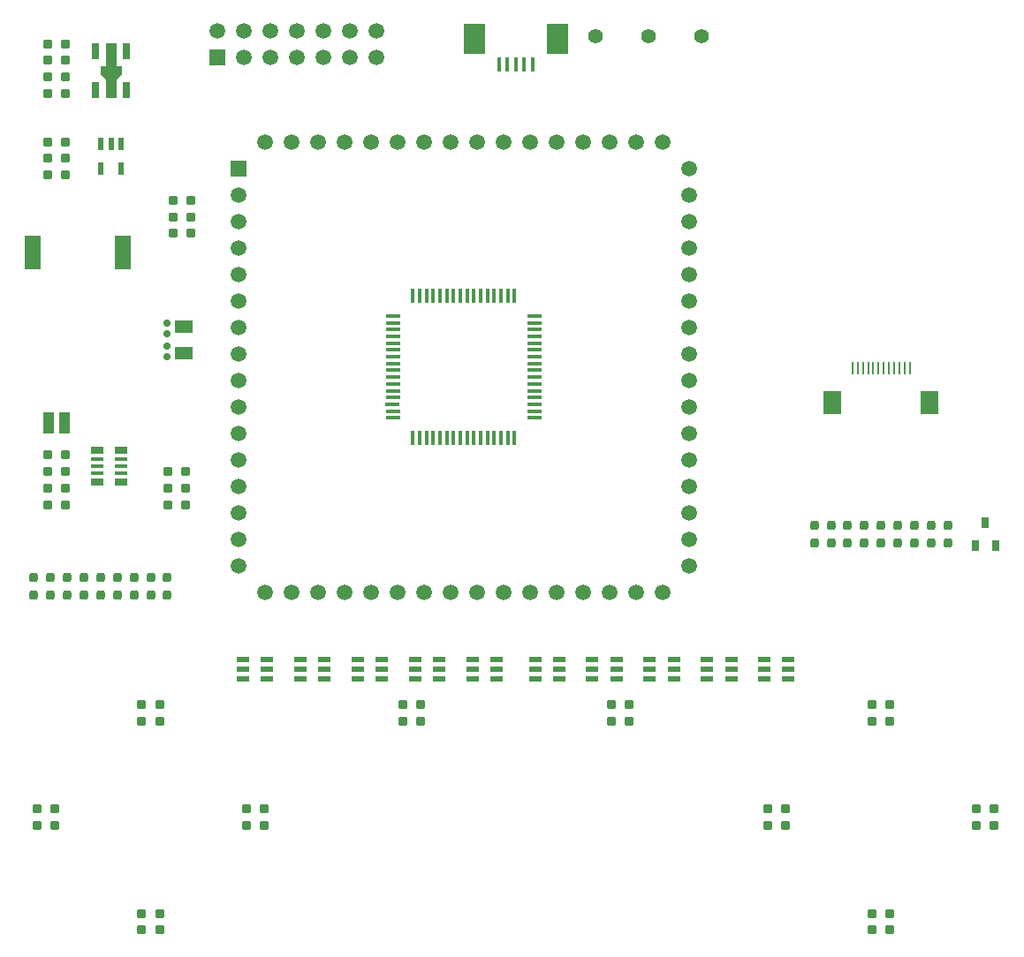
<source format=gts>
G04 #@! TF.GenerationSoftware,KiCad,Pcbnew,(6.0.7-1)-1*
G04 #@! TF.CreationDate,2022-09-24T13:59:18+09:00*
G04 #@! TF.ProjectId,RL78Display-EB,524c3738-4469-4737-906c-61792d45422e,V1.0*
G04 #@! TF.SameCoordinates,Original*
G04 #@! TF.FileFunction,Soldermask,Top*
G04 #@! TF.FilePolarity,Negative*
%FSLAX46Y46*%
G04 Gerber Fmt 4.6, Leading zero omitted, Abs format (unit mm)*
G04 Created by KiCad (PCBNEW (6.0.7-1)-1) date 2022-09-24 13:59:18*
%MOMM*%
%LPD*%
G01*
G04 APERTURE LIST*
G04 Aperture macros list*
%AMRoundRect*
0 Rectangle with rounded corners*
0 $1 Rounding radius*
0 $2 $3 $4 $5 $6 $7 $8 $9 X,Y pos of 4 corners*
0 Add a 4 corners polygon primitive as box body*
4,1,4,$2,$3,$4,$5,$6,$7,$8,$9,$2,$3,0*
0 Add four circle primitives for the rounded corners*
1,1,$1+$1,$2,$3*
1,1,$1+$1,$4,$5*
1,1,$1+$1,$6,$7*
1,1,$1+$1,$8,$9*
0 Add four rect primitives between the rounded corners*
20,1,$1+$1,$2,$3,$4,$5,0*
20,1,$1+$1,$4,$5,$6,$7,0*
20,1,$1+$1,$6,$7,$8,$9,0*
20,1,$1+$1,$8,$9,$2,$3,0*%
%AMFreePoly0*
4,1,13,0.900000,0.500000,2.600000,0.500000,2.600000,-0.500000,0.900000,-0.500000,0.400000,-1.000000,-0.400000,-1.000000,-0.400000,-0.500000,-2.600000,-0.500000,-2.600000,0.500000,-0.400000,0.500000,-0.400000,1.000000,0.400000,1.000000,0.900000,0.500000,0.900000,0.500000,$1*%
G04 Aperture macros list end*
%ADD10RoundRect,0.200000X0.200000X-0.250000X0.200000X0.250000X-0.200000X0.250000X-0.200000X-0.250000X0*%
%ADD11RoundRect,0.200000X-0.200000X0.250000X-0.200000X-0.250000X0.200000X-0.250000X0.200000X0.250000X0*%
%ADD12RoundRect,0.200000X0.250000X0.200000X-0.250000X0.200000X-0.250000X-0.200000X0.250000X-0.200000X0*%
%ADD13RoundRect,0.200000X-0.250000X-0.200000X0.250000X-0.200000X0.250000X0.200000X-0.250000X0.200000X0*%
%ADD14C,1.400000*%
%ADD15R,1.200000X0.500000*%
%ADD16R,1.600000X3.200000*%
%ADD17R,0.400000X1.400000*%
%ADD18R,2.000000X3.000000*%
%ADD19R,0.800000X1.100000*%
%ADD20R,0.700000X1.500000*%
%ADD21FreePoly0,270.000000*%
%ADD22R,1.500000X1.500000*%
%ADD23C,1.500000*%
%ADD24R,1.800000X1.200000*%
%ADD25R,1.000000X2.000000*%
%ADD26R,1.800000X2.200000*%
%ADD27R,0.150000X1.300000*%
%ADD28R,1.400000X0.300000*%
%ADD29R,0.300000X1.400000*%
%ADD30RoundRect,0.150000X-0.150000X0.150000X-0.150000X-0.150000X0.150000X-0.150000X0.150000X0.150000X0*%
%ADD31RoundRect,0.150000X0.150000X-0.150000X0.150000X0.150000X-0.150000X0.150000X-0.150000X-0.150000X0*%
%ADD32R,0.500000X1.200000*%
%ADD33R,1.200000X0.650000*%
%ADD34R,1.200000X0.350000*%
G04 APERTURE END LIST*
D10*
X-38200000Y-7850000D03*
X-38200000Y-6150000D03*
D11*
X30200000Y-1150000D03*
X30200000Y-2850000D03*
D12*
X25850000Y-30000000D03*
X24150000Y-30000000D03*
D13*
X44150000Y-28400000D03*
X45850000Y-28400000D03*
X24150000Y-28400000D03*
X25850000Y-28400000D03*
D12*
X-43150000Y35600000D03*
X-44850000Y35600000D03*
X35850000Y-40000000D03*
X34150000Y-40000000D03*
D14*
X7620000Y45720000D03*
D13*
X-44850000Y32400000D03*
X-43150000Y32400000D03*
D12*
X-9150000Y-20000000D03*
X-10850000Y-20000000D03*
D15*
X1850000Y-14050000D03*
X1850000Y-15000000D03*
X1850000Y-15950000D03*
X4150000Y-15950000D03*
X4150000Y-15000000D03*
X4150000Y-14050000D03*
D11*
X35000000Y-1150000D03*
X35000000Y-2850000D03*
X31800000Y-1150000D03*
X31800000Y-2850000D03*
D15*
X23825000Y-14050000D03*
X23825000Y-15000000D03*
X23825000Y-15950000D03*
X26125000Y-15950000D03*
X26125000Y-15000000D03*
X26125000Y-14050000D03*
D16*
X-37700000Y25000000D03*
X-46300000Y25000000D03*
D17*
X1600000Y43000000D03*
X800000Y43000000D03*
X0Y43000000D03*
X-800000Y43000000D03*
X-1600000Y43000000D03*
D18*
X4000000Y45500000D03*
X-4000000Y45500000D03*
D19*
X44050000Y-3100000D03*
X45950000Y-3100000D03*
X45000000Y-900000D03*
D14*
X17780000Y45720000D03*
D13*
X34150000Y-18400000D03*
X35850000Y-18400000D03*
X-25850000Y-28400000D03*
X-24150000Y-28400000D03*
D10*
X28600000Y-2850000D03*
X28600000Y-1150000D03*
D20*
X-37300000Y44250000D03*
D21*
X-38800000Y42400000D03*
D20*
X-40300000Y44250000D03*
X-40300000Y40550000D03*
X-37300000Y40550000D03*
D10*
X-43000000Y-7850000D03*
X-43000000Y-6150000D03*
D13*
X-35850000Y-18400000D03*
X-34150000Y-18400000D03*
D15*
X12825000Y-14050000D03*
X12825000Y-15000000D03*
X12825000Y-15950000D03*
X15125000Y-15950000D03*
X15125000Y-15000000D03*
X15125000Y-14050000D03*
D13*
X-25850000Y-30000000D03*
X-24150000Y-30000000D03*
X-35850000Y-40000000D03*
X-34150000Y-40000000D03*
D11*
X39800000Y-1150000D03*
X39800000Y-2850000D03*
D22*
X-28620000Y43730000D03*
D23*
X-28620000Y46270000D03*
X-26080000Y43730000D03*
X-26080000Y46270000D03*
X-23540000Y43730000D03*
X-23540000Y46270000D03*
X-21000000Y43730000D03*
X-21000000Y46270000D03*
X-18460000Y43730000D03*
X-18460000Y46270000D03*
X-15920000Y43730000D03*
X-15920000Y46270000D03*
X-13380000Y43730000D03*
X-13380000Y46270000D03*
D13*
X-33350000Y4000000D03*
X-31650000Y4000000D03*
D12*
X-43150000Y43400000D03*
X-44850000Y43400000D03*
D13*
X34150000Y-38400000D03*
X35850000Y-38400000D03*
X-45850000Y-28400000D03*
X-44150000Y-28400000D03*
D15*
X-4150000Y-14050000D03*
X-4150000Y-15000000D03*
X-4150000Y-15950000D03*
X-1850000Y-15950000D03*
X-1850000Y-15000000D03*
X-1850000Y-14050000D03*
D24*
X-31800000Y15300000D03*
X-31800000Y17900000D03*
D13*
X-44850000Y2400000D03*
X-43150000Y2400000D03*
D25*
X-43250000Y8600000D03*
X-44750000Y8600000D03*
D26*
X39650000Y10600000D03*
X30350000Y10600000D03*
D27*
X37750000Y13850000D03*
X37250000Y13850000D03*
X36750000Y13850000D03*
X36250000Y13850000D03*
X35750000Y13850000D03*
X35250000Y13850000D03*
X34750000Y13850000D03*
X34250000Y13850000D03*
X33750000Y13850000D03*
X33250000Y13850000D03*
X32750000Y13850000D03*
X32250000Y13850000D03*
D15*
X-26150000Y-14050000D03*
X-26150000Y-15000000D03*
X-26150000Y-15950000D03*
X-23850000Y-15950000D03*
X-23850000Y-15000000D03*
X-23850000Y-14050000D03*
X7325000Y-14050000D03*
X7325000Y-15000000D03*
X7325000Y-15950000D03*
X9625000Y-15950000D03*
X9625000Y-15000000D03*
X9625000Y-14050000D03*
D13*
X-44850000Y45000000D03*
X-43150000Y45000000D03*
D28*
X-11800000Y18875000D03*
D22*
X-26590000Y33050000D03*
D28*
X-11800000Y18225000D03*
D23*
X-26590000Y30510000D03*
D28*
X-11800000Y17575000D03*
D23*
X-26590000Y27970000D03*
D28*
X-11800000Y16925000D03*
D23*
X-26590000Y25430000D03*
X-26590000Y22890000D03*
D28*
X-11800000Y16275000D03*
X-11800000Y15625000D03*
D23*
X-26590000Y20350000D03*
D28*
X-11800000Y14975000D03*
D23*
X-26590000Y17810000D03*
X-26590000Y15270000D03*
D28*
X-11800000Y14325000D03*
D23*
X-26590000Y12730000D03*
D28*
X-11800000Y13675000D03*
X-11800000Y13025000D03*
D23*
X-26590000Y10190000D03*
X-26590000Y7650000D03*
D28*
X-11800000Y12375000D03*
X-11800000Y11725000D03*
D23*
X-26590000Y5110000D03*
D28*
X-11800000Y11075000D03*
D23*
X-26590000Y2570000D03*
D28*
X-11850000Y10425000D03*
D23*
X-26590000Y30000D03*
X-26590000Y-2510000D03*
D28*
X-11800000Y9775000D03*
X-11800000Y9125000D03*
D23*
X-26590000Y-5050000D03*
X-24050000Y-7590000D03*
D29*
X-9875000Y7200000D03*
D23*
X-21510000Y-7590000D03*
D29*
X-9225000Y7200000D03*
D23*
X-18970000Y-7590000D03*
D29*
X-8575000Y7200000D03*
D23*
X-16430000Y-7590000D03*
D29*
X-7925000Y7200000D03*
X-7275000Y7200000D03*
D23*
X-13890000Y-7590000D03*
D29*
X-6625000Y7200000D03*
D23*
X-11350000Y-7590000D03*
D29*
X-5975000Y7200000D03*
D23*
X-8810000Y-7590000D03*
D29*
X-5325000Y7200000D03*
D23*
X-6270000Y-7590000D03*
X-3730000Y-7590000D03*
D29*
X-4675000Y7200000D03*
D23*
X-1190000Y-7590000D03*
D29*
X-4025000Y7200000D03*
X-3375000Y7200000D03*
D23*
X1350000Y-7590000D03*
X3890000Y-7590000D03*
D29*
X-2725000Y7200000D03*
D23*
X6430000Y-7590000D03*
D29*
X-2075000Y7200000D03*
D23*
X8970000Y-7590000D03*
D29*
X-1425000Y7200000D03*
D23*
X11510000Y-7590000D03*
D29*
X-775000Y7200000D03*
X-125000Y7200000D03*
D23*
X14050000Y-7590000D03*
X16590000Y-5050000D03*
D28*
X1800000Y9125000D03*
D23*
X16590000Y-2510000D03*
D28*
X1800000Y9775000D03*
D23*
X16590000Y30000D03*
D28*
X1800000Y10425000D03*
X1800000Y11075000D03*
D23*
X16590000Y2570000D03*
D28*
X1800000Y11725000D03*
D23*
X16590000Y5110000D03*
D28*
X1800000Y12375000D03*
D23*
X16590000Y7650000D03*
D28*
X1800000Y13025000D03*
D23*
X16590000Y10190000D03*
X16590000Y12730000D03*
D28*
X1800000Y13675000D03*
D23*
X16590000Y15270000D03*
D28*
X1800000Y14325000D03*
X1800000Y14975000D03*
D23*
X16590000Y17810000D03*
D28*
X1800000Y15625000D03*
D23*
X16590000Y20350000D03*
D28*
X1800000Y16275000D03*
D23*
X16590000Y22890000D03*
X16590000Y25430000D03*
D28*
X1800000Y16925000D03*
D23*
X16590000Y27970000D03*
D28*
X1800000Y17575000D03*
D23*
X16590000Y30510000D03*
D28*
X1800000Y18225000D03*
X1800000Y18875000D03*
D23*
X16590000Y33050000D03*
X14050000Y35590000D03*
D29*
X-125000Y20800000D03*
X-775000Y20800000D03*
D23*
X11510000Y35590000D03*
D29*
X-1425000Y20800000D03*
D23*
X8970000Y35590000D03*
D29*
X-2075000Y20800000D03*
D23*
X6430000Y35590000D03*
X3890000Y35590000D03*
D29*
X-2725000Y20800000D03*
X-3375000Y20800000D03*
D23*
X1350000Y35590000D03*
D29*
X-4025000Y20800000D03*
D23*
X-1190000Y35590000D03*
D29*
X-4675000Y20800000D03*
D23*
X-3730000Y35590000D03*
X-6270000Y35590000D03*
D29*
X-5325000Y20800000D03*
D23*
X-8810000Y35590000D03*
D29*
X-5975000Y20800000D03*
D23*
X-11350000Y35590000D03*
D29*
X-6625000Y20800000D03*
D23*
X-13890000Y35590000D03*
D29*
X-7275000Y20800000D03*
X-7925000Y20800000D03*
D23*
X-16430000Y35590000D03*
X-18970000Y35590000D03*
D29*
X-8575000Y20800000D03*
D23*
X-21510000Y35590000D03*
D29*
X-9225000Y20800000D03*
D23*
X-24050000Y35590000D03*
D29*
X-9875000Y20800000D03*
D12*
X-43150000Y5600000D03*
X-44850000Y5600000D03*
X-43150000Y41800000D03*
X-44850000Y41800000D03*
D11*
X-46200000Y-6150000D03*
X-46200000Y-7850000D03*
X33400000Y-1150000D03*
X33400000Y-2850000D03*
D13*
X9150000Y-18400000D03*
X10850000Y-18400000D03*
X-32850000Y26800000D03*
X-31150000Y26800000D03*
D11*
X-39800000Y-6150000D03*
X-39800000Y-7850000D03*
D12*
X-31650000Y800000D03*
X-33350000Y800000D03*
D11*
X-41400000Y-6150000D03*
X-41400000Y-7850000D03*
D13*
X-35850000Y-38400000D03*
X-34150000Y-38400000D03*
D11*
X36600000Y-1150000D03*
X36600000Y-2850000D03*
D13*
X-10850000Y-18400000D03*
X-9150000Y-18400000D03*
X-32850000Y28400000D03*
X-31150000Y28400000D03*
D15*
X-20650000Y-14050000D03*
X-20650000Y-15000000D03*
X-20650000Y-15950000D03*
X-18350000Y-15950000D03*
X-18350000Y-15000000D03*
X-18350000Y-14050000D03*
D12*
X-43150000Y40200000D03*
X-44850000Y40200000D03*
D11*
X41400000Y-1150000D03*
X41400000Y-2850000D03*
D12*
X45850000Y-30000000D03*
X44150000Y-30000000D03*
D10*
X-33400000Y-7850000D03*
X-33400000Y-6150000D03*
X-44600000Y-7850000D03*
X-44600000Y-6150000D03*
D12*
X-43150000Y4000000D03*
X-44850000Y4000000D03*
X10850000Y-20000000D03*
X9150000Y-20000000D03*
D15*
X-9650000Y-14050000D03*
X-9650000Y-15000000D03*
X-9650000Y-15950000D03*
X-7350000Y-15950000D03*
X-7350000Y-15000000D03*
X-7350000Y-14050000D03*
D12*
X-31650000Y2400000D03*
X-33350000Y2400000D03*
D30*
X-33400000Y18200000D03*
X-33400000Y17200000D03*
D12*
X-43150000Y34000000D03*
X-44850000Y34000000D03*
D31*
X-33400000Y15000000D03*
X-33400000Y16000000D03*
D15*
X-15150000Y-14050000D03*
X-15150000Y-15000000D03*
X-15150000Y-15950000D03*
X-12850000Y-15950000D03*
X-12850000Y-15000000D03*
X-12850000Y-14050000D03*
X18325000Y-14050000D03*
X18325000Y-15000000D03*
X18325000Y-15950000D03*
X20625000Y-15950000D03*
X20625000Y-15000000D03*
X20625000Y-14050000D03*
D32*
X-37850000Y35350000D03*
X-38800000Y35350000D03*
X-39750000Y35350000D03*
X-39750000Y33050000D03*
X-37850000Y33050000D03*
D12*
X-34150000Y-20000000D03*
X-35850000Y-20000000D03*
X35850000Y-20000000D03*
X34150000Y-20000000D03*
D33*
X-40150000Y6050000D03*
D34*
X-40150000Y5200000D03*
X-40150000Y4500000D03*
X-40150000Y3800000D03*
D33*
X-40150000Y2950000D03*
X-37850000Y2950000D03*
D34*
X-37850000Y3800000D03*
X-37850000Y4500000D03*
X-37850000Y5200000D03*
D33*
X-37850000Y6050000D03*
D12*
X-44150000Y-30000000D03*
X-45850000Y-30000000D03*
D10*
X-36600000Y-7850000D03*
X-36600000Y-6150000D03*
D11*
X38200000Y-1150000D03*
X38200000Y-2850000D03*
D13*
X-32850000Y30000000D03*
X-31150000Y30000000D03*
D11*
X-35000000Y-6150000D03*
X-35000000Y-7850000D03*
D14*
X12700000Y45720000D03*
D13*
X-44850000Y800000D03*
X-43150000Y800000D03*
M02*

</source>
